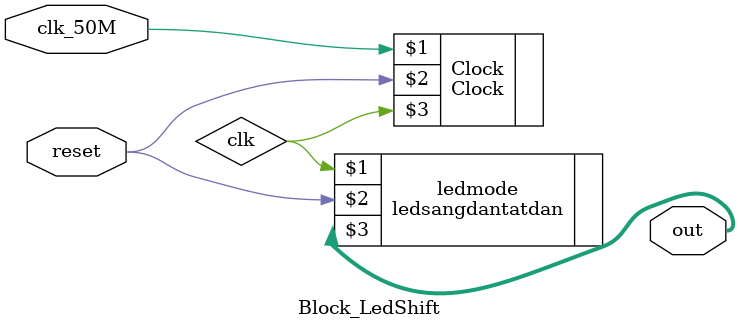
<source format=v>
`timescale 1ns / 1ps
module Block_LedShift(clk_50M, reset, out);
input clk_50M, reset;
output wire [7:0] out;
wire clk;
Clock Clock(clk_50M, reset, clk);
ledsangdantatdan ledmode (clk,reset, out);

endmodule



</source>
